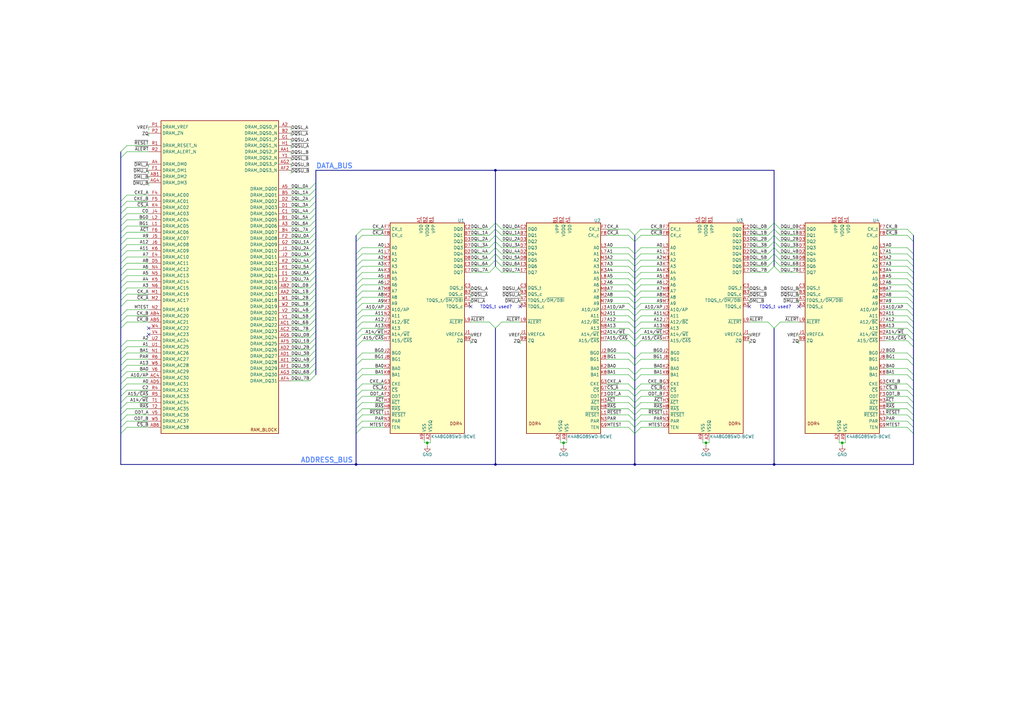
<source format=kicad_sch>
(kicad_sch (version 20250114) (generator "eeschema") (generator_version "9.0")
  (paper "A3")
  (text "TDQS_t used?" (at 203.454 125.984 0) (effects (font (size 1.27 1.27))))
  (text "TDQS_t used?" (at 318.008 125.984 0) (effects (font (size 1.27 1.27))))
  (junction (at 345.44 181.61))
  (junction (at 260.35 190.5))
  (junction (at 146.05 190.5))
  (junction (at 289.56 181.61))
  (junction (at 203.2 190.5))
  (junction (at 317.5 190.5))
  (junction (at 175.26 181.61))
  (junction (at 203.2 69.85))
  (junction (at 231.14 181.61))
  (no_connect (at 60.96 137.16))
  (no_connect (at 60.96 134.62))
  (no_connect (at 307.34 125.73))
  (no_connect (at 327.66 125.73))
  (no_connect (at 213.36 125.73))
  (no_connect (at 193.04 125.73))
  (bus_entry (at 262.89 172.72) (size -2.54 2.54))
  (bus_entry (at 127 143.51) (size 2.54 -2.54))
  (bus_entry (at 127 133.35) (size 2.54 -2.54))
  (bus_entry (at 257.81 147.32) (size 2.54 2.54))
  (bus_entry (at 320.04 96.52) (size -2.54 -2.54))
  (bus_entry (at 257.81 137.16) (size 2.54 2.54))
  (bus_entry (at 52.07 82.55) (size -2.54 2.54))
  (bus_entry (at 200.66 99.06) (size 2.54 -2.54))
  (bus_entry (at 257.81 111.76) (size 2.54 2.54))
  (bus_entry (at 52.07 165.1) (size -2.54 2.54))
  (bus_entry (at 372.11 127) (size 2.54 2.54))
  (bus_entry (at 372.11 124.46) (size 2.54 2.54))
  (bus_entry (at 320.04 109.22) (size -2.54 -2.54))
  (bus_entry (at 200.66 101.6) (size 2.54 -2.54))
  (bus_entry (at 52.07 90.17) (size -2.54 2.54))
  (bus_entry (at 257.81 119.38) (size 2.54 2.54))
  (bus_entry (at 52.07 123.19) (size -2.54 2.54))
  (bus_entry (at 257.81 96.52) (size 2.54 2.54))
  (bus_entry (at 262.89 121.92) (size -2.54 2.54))
  (bus_entry (at 200.66 104.14) (size 2.54 -2.54))
  (bus_entry (at 262.89 175.26) (size -2.54 2.54))
  (bus_entry (at 372.11 134.62) (size 2.54 2.54))
  (bus_entry (at 257.81 160.02) (size 2.54 2.54))
  (bus_entry (at 205.74 111.76) (size -2.54 -2.54))
  (bus_entry (at 148.59 111.76) (size -2.54 2.54))
  (bus_entry (at 372.11 111.76) (size 2.54 2.54))
  (bus_entry (at 314.96 99.06) (size 2.54 -2.54))
  (bus_entry (at 257.81 101.6) (size 2.54 2.54))
  (bus_entry (at 52.07 105.41) (size -2.54 2.54))
  (bus_entry (at 262.89 106.68) (size -2.54 2.54))
  (bus_entry (at 257.81 116.84) (size 2.54 2.54))
  (bus_entry (at 52.07 87.63) (size -2.54 2.54))
  (bus_entry (at 52.07 172.72) (size -2.54 2.54))
  (bus_entry (at 372.11 109.22) (size 2.54 2.54))
  (bus_entry (at 200.66 96.52) (size 2.54 -2.54))
  (bus_entry (at 262.89 167.64) (size -2.54 2.54))
  (bus_entry (at 148.59 121.92) (size -2.54 2.54))
  (bus_entry (at 148.59 132.08) (size -2.54 2.54))
  (bus_entry (at 257.81 172.72) (size 2.54 2.54))
  (bus_entry (at 127 128.27) (size 2.54 -2.54))
  (bus_entry (at 52.07 154.94) (size -2.54 2.54))
  (bus_entry (at 148.59 167.64) (size -2.54 2.54))
  (bus_entry (at 127 140.97) (size 2.54 -2.54))
  (bus_entry (at 262.89 132.08) (size -2.54 2.54))
  (bus_entry (at 257.81 165.1) (size 2.54 2.54))
  (bus_entry (at 205.74 132.08) (size -2.54 2.54))
  (bus_entry (at 148.59 134.62) (size -2.54 2.54))
  (bus_entry (at 127 135.89) (size 2.54 -2.54))
  (bus_entry (at 262.89 139.7) (size -2.54 2.54))
  (bus_entry (at 52.07 85.09) (size -2.54 2.54))
  (bus_entry (at 52.07 59.69) (size -2.54 2.54))
  (bus_entry (at 314.96 109.22) (size 2.54 -2.54))
  (bus_entry (at 257.81 167.64) (size 2.54 2.54))
  (bus_entry (at 257.81 114.3) (size 2.54 2.54))
  (bus_entry (at 372.11 170.18) (size 2.54 2.54))
  (bus_entry (at 52.07 149.86) (size -2.54 2.54))
  (bus_entry (at 200.66 109.22) (size 2.54 -2.54))
  (bus_entry (at 372.11 139.7) (size 2.54 2.54))
  (bus_entry (at 372.11 116.84) (size 2.54 2.54))
  (bus_entry (at 127 97.79) (size 2.54 -2.54))
  (bus_entry (at 148.59 165.1) (size -2.54 2.54))
  (bus_entry (at 372.11 172.72) (size 2.54 2.54))
  (bus_entry (at 148.59 139.7) (size -2.54 2.54))
  (bus_entry (at 52.07 129.54) (size -2.54 2.54))
  (bus_entry (at 200.66 132.08) (size 2.54 2.54))
  (bus_entry (at 257.81 139.7) (size 2.54 2.54))
  (bus_entry (at 314.96 101.6) (size 2.54 -2.54))
  (bus_entry (at 320.04 99.06) (size -2.54 -2.54))
  (bus_entry (at 372.11 104.14) (size 2.54 2.54))
  (bus_entry (at 52.07 118.11) (size -2.54 2.54))
  (bus_entry (at 148.59 151.13) (size -2.54 2.54))
  (bus_entry (at 205.74 101.6) (size -2.54 -2.54))
  (bus_entry (at 257.81 134.62) (size 2.54 2.54))
  (bus_entry (at 314.96 104.14) (size 2.54 -2.54))
  (bus_entry (at 262.89 96.52) (size -2.54 2.54))
  (bus_entry (at 148.59 119.38) (size -2.54 2.54))
  (bus_entry (at 262.89 151.13) (size -2.54 2.54))
  (bus_entry (at 262.89 137.16) (size -2.54 2.54))
  (bus_entry (at 127 125.73) (size 2.54 -2.54))
  (bus_entry (at 148.59 93.98) (size -2.54 2.54))
  (bus_entry (at 372.11 96.52) (size 2.54 2.54))
  (bus_entry (at 148.59 106.68) (size -2.54 2.54))
  (bus_entry (at 257.81 121.92) (size 2.54 2.54))
  (bus_entry (at 148.59 96.52) (size -2.54 2.54))
  (bus_entry (at 127 92.71) (size 2.54 -2.54))
  (bus_entry (at 127 77.47) (size 2.54 -2.54))
  (bus_entry (at 200.66 93.98) (size 2.54 -2.54))
  (bus_entry (at 127 95.25) (size 2.54 -2.54))
  (bus_entry (at 127 118.11) (size 2.54 -2.54))
  (bus_entry (at 127 120.65) (size 2.54 -2.54))
  (bus_entry (at 257.81 93.98) (size 2.54 2.54))
  (bus_entry (at 257.81 144.78) (size 2.54 2.54))
  (bus_entry (at 127 110.49) (size 2.54 -2.54))
  (bus_entry (at 52.07 147.32) (size -2.54 2.54))
  (bus_entry (at 372.11 121.92) (size 2.54 2.54))
  (bus_entry (at 52.07 95.25) (size -2.54 2.54))
  (bus_entry (at 372.11 101.6) (size 2.54 2.54))
  (bus_entry (at 314.96 96.52) (size 2.54 -2.54))
  (bus_entry (at 257.81 170.18) (size 2.54 2.54))
  (bus_entry (at 127 156.21) (size 2.54 -2.54))
  (bus_entry (at 127 113.03) (size 2.54 -2.54))
  (bus_entry (at 52.07 102.87) (size -2.54 2.54))
  (bus_entry (at 52.07 144.78) (size -2.54 2.54))
  (bus_entry (at 372.11 153.67) (size 2.54 2.54))
  (bus_entry (at 148.59 157.48) (size -2.54 2.54))
  (bus_entry (at 205.74 109.22) (size -2.54 -2.54))
  (bus_entry (at 262.89 160.02) (size -2.54 2.54))
  (bus_entry (at 52.07 97.79) (size -2.54 2.54))
  (bus_entry (at 320.04 101.6) (size -2.54 -2.54))
  (bus_entry (at 127 123.19) (size 2.54 -2.54))
  (bus_entry (at 262.89 119.38) (size -2.54 2.54))
  (bus_entry (at 148.59 116.84) (size -2.54 2.54))
  (bus_entry (at 372.11 93.98) (size 2.54 2.54))
  (bus_entry (at 372.11 137.16) (size 2.54 2.54))
  (bus_entry (at 148.59 170.18) (size -2.54 2.54))
  (bus_entry (at 372.11 129.54) (size 2.54 2.54))
  (bus_entry (at 262.89 124.46) (size -2.54 2.54))
  (bus_entry (at 262.89 101.6) (size -2.54 2.54))
  (bus_entry (at 257.81 127) (size 2.54 2.54))
  (bus_entry (at 148.59 153.67) (size -2.54 2.54))
  (bus_entry (at 262.89 147.32) (size -2.54 2.54))
  (bus_entry (at 262.89 162.56) (size -2.54 2.54))
  (bus_entry (at 200.66 111.76) (size 2.54 -2.54))
  (bus_entry (at 372.11 167.64) (size 2.54 2.54))
  (bus_entry (at 127 80.01) (size 2.54 -2.54))
  (bus_entry (at 372.11 132.08) (size 2.54 2.54))
  (bus_entry (at 314.96 93.98) (size 2.54 -2.54))
  (bus_entry (at 262.89 109.22) (size -2.54 2.54))
  (bus_entry (at 257.81 109.22) (size 2.54 2.54))
  (bus_entry (at 148.59 137.16) (size -2.54 2.54))
  (bus_entry (at 257.81 175.26) (size 2.54 2.54))
  (bus_entry (at 52.07 175.26) (size -2.54 2.54))
  (bus_entry (at 148.59 175.26) (size -2.54 2.54))
  (bus_entry (at 262.89 129.54) (size -2.54 2.54))
  (bus_entry (at 127 107.95) (size 2.54 -2.54))
  (bus_entry (at 372.11 162.56) (size 2.54 2.54))
  (bus_entry (at 372.11 160.02) (size 2.54 2.54))
  (bus_entry (at 372.11 175.26) (size 2.54 2.54))
  (bus_entry (at 262.89 111.76) (size -2.54 2.54))
  (bus_entry (at 148.59 147.32) (size -2.54 2.54))
  (bus_entry (at 257.81 106.68) (size 2.54 2.54))
  (bus_entry (at 127 151.13) (size 2.54 -2.54))
  (bus_entry (at 262.89 127) (size -2.54 2.54))
  (bus_entry (at 52.07 157.48) (size -2.54 2.54))
  (bus_entry (at 320.04 93.98) (size -2.54 -2.54))
  (bus_entry (at 314.96 132.08) (size 2.54 2.54))
  (bus_entry (at 52.07 113.03) (size -2.54 2.54))
  (bus_entry (at 257.81 104.14) (size 2.54 2.54))
  (bus_entry (at 205.74 104.14) (size -2.54 -2.54))
  (bus_entry (at 127 87.63) (size 2.54 -2.54))
  (bus_entry (at 205.74 106.68) (size -2.54 -2.54))
  (bus_entry (at 148.59 160.02) (size -2.54 2.54))
  (bus_entry (at 52.07 139.7) (size -2.54 2.54))
  (bus_entry (at 320.04 111.76) (size -2.54 -2.54))
  (bus_entry (at 372.11 151.13) (size 2.54 2.54))
  (bus_entry (at 127 102.87) (size 2.54 -2.54))
  (bus_entry (at 372.11 114.3) (size 2.54 2.54))
  (bus_entry (at 127 130.81) (size 2.54 -2.54))
  (bus_entry (at 52.07 107.95) (size -2.54 2.54))
  (bus_entry (at 52.07 110.49) (size -2.54 2.54))
  (bus_entry (at 52.07 127) (size -2.54 2.54))
  (bus_entry (at 257.81 151.13) (size 2.54 2.54))
  (bus_entry (at 257.81 153.67) (size 2.54 2.54))
  (bus_entry (at 127 146.05) (size 2.54 -2.54))
  (bus_entry (at 52.07 62.23) (size -2.54 2.54))
  (bus_entry (at 148.59 101.6) (size -2.54 2.54))
  (bus_entry (at 52.07 167.64) (size -2.54 2.54))
  (bus_entry (at 372.11 119.38) (size 2.54 2.54))
  (bus_entry (at 372.11 157.48) (size 2.54 2.54))
  (bus_entry (at 257.81 129.54) (size 2.54 2.54))
  (bus_entry (at 148.59 124.46) (size -2.54 2.54))
  (bus_entry (at 148.59 172.72) (size -2.54 2.54))
  (bus_entry (at 320.04 106.68) (size -2.54 -2.54))
  (bus_entry (at 320.04 132.08) (size -2.54 2.54))
  (bus_entry (at 205.74 99.06) (size -2.54 -2.54))
  (bus_entry (at 52.07 170.18) (size -2.54 2.54))
  (bus_entry (at 262.89 153.67) (size -2.54 2.54))
  (bus_entry (at 148.59 114.3) (size -2.54 2.54))
  (bus_entry (at 127 90.17) (size 2.54 -2.54))
  (bus_entry (at 127 153.67) (size 2.54 -2.54))
  (bus_entry (at 52.07 142.24) (size -2.54 2.54))
  (bus_entry (at 127 85.09) (size 2.54 -2.54))
  (bus_entry (at 257.81 132.08) (size 2.54 2.54))
  (bus_entry (at 262.89 170.18) (size -2.54 2.54))
  (bus_entry (at 52.07 162.56) (size -2.54 2.54))
  (bus_entry (at 148.59 162.56) (size -2.54 2.54))
  (bus_entry (at 262.89 114.3) (size -2.54 2.54))
  (bus_entry (at 372.11 165.1) (size 2.54 2.54))
  (bus_entry (at 52.07 115.57) (size -2.54 2.54))
  (bus_entry (at 205.74 96.52) (size -2.54 -2.54))
  (bus_entry (at 52.07 132.08) (size -2.54 2.54))
  (bus_entry (at 52.07 100.33) (size -2.54 2.54))
  (bus_entry (at 127 115.57) (size 2.54 -2.54))
  (bus_entry (at 262.89 116.84) (size -2.54 2.54))
  (bus_entry (at 200.66 106.68) (size 2.54 -2.54))
  (bus_entry (at 320.04 104.14) (size -2.54 -2.54))
  (bus_entry (at 52.07 92.71) (size -2.54 2.54))
  (bus_entry (at 148.59 144.78) (size -2.54 2.54))
  (bus_entry (at 148.59 129.54) (size -2.54 2.54))
  (bus_entry (at 262.89 93.98) (size -2.54 2.54))
  (bus_entry (at 52.07 152.4) (size -2.54 2.54))
  (bus_entry (at 148.59 104.14) (size -2.54 2.54))
  (bus_entry (at 52.07 160.02) (size -2.54 2.54))
  (bus_entry (at 262.89 134.62) (size -2.54 2.54))
  (bus_entry (at 257.81 157.48) (size 2.54 2.54))
  (bus_entry (at 314.96 106.68) (size 2.54 -2.54))
  (bus_entry (at 148.59 109.22) (size -2.54 2.54))
  (bus_entry (at 372.11 106.68) (size 2.54 2.54))
  (bus_entry (at 127 105.41) (size 2.54 -2.54))
  (bus_entry (at 262.89 144.78) (size -2.54 2.54))
  (bus_entry (at 262.89 157.48) (size -2.54 2.54))
  (bus_entry (at 205.74 93.98) (size -2.54 -2.54))
  (bus_entry (at 372.11 147.32) (size 2.54 2.54))
  (bus_entry (at 314.96 111.76) (size 2.54 -2.54))
  (bus_entry (at 257.81 124.46) (size 2.54 2.54))
  (bus_entry (at 127 138.43) (size 2.54 -2.54))
  (bus_entry (at 127 82.55) (size 2.54 -2.54))
  (bus_entry (at 52.07 80.01) (size -2.54 2.54))
  (bus_entry (at 127 148.59) (size 2.54 -2.54))
  (bus_entry (at 372.11 144.78) (size 2.54 2.54))
  (bus_entry (at 262.89 104.14) (size -2.54 2.54))
  (bus_entry (at 127 100.33) (size 2.54 -2.54))
  (bus_entry (at 257.81 162.56) (size 2.54 2.54))
  (bus_entry (at 52.07 120.65) (size -2.54 2.54))
  (bus_entry (at 262.89 165.1) (size -2.54 2.54))
  (bus_entry (at 148.59 127) (size -2.54 2.54))
  (bus (pts (xy 260.35 137.16) (xy 260.35 139.7)))
  (bus (pts (xy 49.53 142.24) (xy 49.53 144.78)))
  (bus (pts (xy 260.35 165.1) (xy 260.35 167.64)))
  (bus (pts (xy 260.35 116.84) (xy 260.35 119.38)))
  (bus (pts (xy 49.53 154.94) (xy 49.53 157.48)))
  (wire (pts (xy 193.04 104.14) (xy 200.66 104.14)))
  (wire (pts (xy 262.89 111.76) (xy 271.78 111.76)))
  (wire (pts (xy 119.38 110.49) (xy 127 110.49)))
  (bus (pts (xy 146.05 147.32) (xy 146.05 149.86)))
  (wire (pts (xy 205.74 96.52) (xy 213.36 96.52)))
  (wire (pts (xy 193.04 96.52) (xy 200.66 96.52)))
  (bus (pts (xy 374.65 104.14) (xy 374.65 106.68)))
  (wire (pts (xy 148.59 147.32) (xy 157.48 147.32)))
  (wire (pts (xy 327.66 96.52) (xy 320.04 96.52)))
  (wire (pts (xy 52.07 105.41) (xy 60.96 105.41)))
  (wire (pts (xy 148.59 134.62) (xy 157.48 134.62)))
  (wire (pts (xy 52.07 100.33) (xy 60.96 100.33)))
  (wire (pts (xy 257.81 114.3) (xy 248.92 114.3)))
  (wire (pts (xy 307.34 106.68) (xy 314.96 106.68)))
  (wire (pts (xy 262.89 101.6) (xy 271.78 101.6)))
  (wire (pts (xy 119.38 153.67) (xy 127 153.67)))
  (bus (pts (xy 146.05 119.38) (xy 146.05 121.92)))
  (wire (pts (xy 148.59 162.56) (xy 157.48 162.56)))
  (bus (pts (xy 49.53 167.64) (xy 49.53 170.18)))
  (wire (pts (xy 345.44 182.88) (xy 345.44 181.61)))
  (bus (pts (xy 129.54 133.35) (xy 129.54 135.89)))
  (wire (pts (xy 289.56 181.61) (xy 290.83 181.61)))
  (wire (pts (xy 148.59 157.48) (xy 157.48 157.48)))
  (wire (pts (xy 119.38 68.58) (xy 119.38 67.31)))
  (bus (pts (xy 260.35 129.54) (xy 260.35 132.08)))
  (bus (pts (xy 260.35 156.21) (xy 260.35 160.02)))
  (wire (pts (xy 262.89 127) (xy 271.78 127)))
  (wire (pts (xy 257.81 137.16) (xy 248.92 137.16)))
  (bus (pts (xy 129.54 85.09) (xy 129.54 87.63)))
  (bus (pts (xy 146.05 109.22) (xy 146.05 111.76)))
  (wire (pts (xy 205.74 111.76) (xy 213.36 111.76)))
  (wire (pts (xy 52.07 95.25) (xy 60.96 95.25)))
  (wire (pts (xy 327.66 121.92) (xy 327.66 120.65)))
  (wire (pts (xy 148.59 109.22) (xy 157.48 109.22)))
  (wire (pts (xy 119.38 115.57) (xy 127 115.57)))
  (wire (pts (xy 193.04 140.97) (xy 193.04 139.7)))
  (bus (pts (xy 374.65 170.18) (xy 374.65 172.72)))
  (wire (pts (xy 119.38 58.42) (xy 119.38 57.15)))
  (wire (pts (xy 372.11 172.72) (xy 363.22 172.72)))
  (wire (pts (xy 257.81 101.6) (xy 248.92 101.6)))
  (bus (pts (xy 146.05 96.52) (xy 146.05 99.06)))
  (bus (pts (xy 317.5 104.14) (xy 317.5 101.6)))
  (bus (pts (xy 129.54 97.79) (xy 129.54 100.33)))
  (wire (pts (xy 119.38 123.19) (xy 127 123.19)))
  (bus (pts (xy 260.35 106.68) (xy 260.35 109.22)))
  (wire (pts (xy 262.89 175.26) (xy 271.78 175.26)))
  (bus (pts (xy 146.05 160.02) (xy 146.05 162.56)))
  (wire (pts (xy 262.89 93.98) (xy 271.78 93.98)))
  (wire (pts (xy 52.07 165.1) (xy 60.96 165.1)))
  (bus (pts (xy 260.35 121.92) (xy 260.35 124.46)))
  (wire (pts (xy 176.53 181.61) (xy 176.53 180.34)))
  (wire (pts (xy 262.89 144.78) (xy 271.78 144.78)))
  (wire (pts (xy 119.38 130.81) (xy 127 130.81)))
  (bus (pts (xy 49.53 87.63) (xy 49.53 90.17)))
  (wire (pts (xy 327.66 124.46) (xy 327.66 123.19)))
  (wire (pts (xy 52.07 118.11) (xy 60.96 118.11)))
  (wire (pts (xy 148.59 127) (xy 157.48 127)))
  (bus (pts (xy 317.5 109.22) (xy 317.5 106.68)))
  (bus (pts (xy 129.54 92.71) (xy 129.54 95.25)))
  (bus (pts (xy 260.35 134.62) (xy 260.35 137.16)))
  (wire (pts (xy 119.38 148.59) (xy 127 148.59)))
  (wire (pts (xy 148.59 116.84) (xy 157.48 116.84)))
  (wire (pts (xy 52.07 80.01) (xy 60.96 80.01)))
  (wire (pts (xy 372.11 116.84) (xy 363.22 116.84)))
  (wire (pts (xy 148.59 124.46) (xy 157.48 124.46)))
  (wire (pts (xy 307.34 104.14) (xy 314.96 104.14)))
  (wire (pts (xy 148.59 96.52) (xy 157.48 96.52)))
  (wire (pts (xy 262.89 132.08) (xy 271.78 132.08)))
  (bus (pts (xy 203.2 93.98) (xy 203.2 96.52)))
  (bus (pts (xy 49.53 152.4) (xy 49.53 154.94)))
  (wire (pts (xy 213.36 124.46) (xy 213.36 123.19)))
  (bus (pts (xy 374.65 162.56) (xy 374.65 165.1)))
  (wire (pts (xy 119.38 100.33) (xy 127 100.33)))
  (bus (pts (xy 146.05 124.46) (xy 146.05 127)))
  (wire (pts (xy 372.11 175.26) (xy 363.22 175.26)))
  (wire (pts (xy 52.07 170.18) (xy 60.96 170.18)))
  (bus (pts (xy 146.05 114.3) (xy 146.05 116.84)))
  (wire (pts (xy 52.07 157.48) (xy 60.96 157.48)))
  (bus (pts (xy 260.35 190.5) (xy 317.5 190.5)))
  (bus (pts (xy 203.2 91.44) (xy 203.2 93.98)))
  (wire (pts (xy 119.38 128.27) (xy 127 128.27)))
  (bus (pts (xy 146.05 162.56) (xy 146.05 165.1)))
  (bus (pts (xy 49.53 118.11) (xy 49.53 120.65)))
  (wire (pts (xy 60.96 55.88) (xy 60.96 54.61)))
  (wire (pts (xy 175.26 181.61) (xy 176.53 181.61)))
  (wire (pts (xy 372.11 134.62) (xy 363.22 134.62)))
  (bus (pts (xy 260.35 153.67) (xy 260.35 156.21)))
  (bus (pts (xy 374.65 142.24) (xy 374.65 147.32)))
  (bus (pts (xy 129.54 100.33) (xy 129.54 102.87)))
  (bus (pts (xy 129.54 128.27) (xy 129.54 130.81)))
  (wire (pts (xy 327.66 99.06) (xy 320.04 99.06)))
  (bus (pts (xy 49.53 134.62) (xy 49.53 142.24)))
  (wire (pts (xy 320.04 132.08) (xy 327.66 132.08)))
  (bus (pts (xy 146.05 170.18) (xy 146.05 172.72)))
  (wire (pts (xy 193.04 119.38) (xy 193.04 118.11)))
  (bus (pts (xy 49.53 107.95) (xy 49.53 110.49)))
  (bus (pts (xy 374.65 190.5) (xy 374.65 177.8)))
  (bus (pts (xy 146.05 175.26) (xy 146.05 177.8)))
  (wire (pts (xy 372.11 124.46) (xy 363.22 124.46)))
  (wire (pts (xy 193.04 121.92) (xy 193.04 120.65)))
  (wire (pts (xy 119.38 92.71) (xy 127 92.71)))
  (wire (pts (xy 307.34 132.08) (xy 314.96 132.08)))
  (bus (pts (xy 146.05 134.62) (xy 146.05 137.16)))
  (wire (pts (xy 148.59 144.78) (xy 157.48 144.78)))
  (bus (pts (xy 129.54 110.49) (xy 129.54 113.03)))
  (wire (pts (xy 262.89 160.02) (xy 271.78 160.02)))
  (bus (pts (xy 374.65 127) (xy 374.65 129.54)))
  (wire (pts (xy 262.89 109.22) (xy 271.78 109.22)))
  (bus (pts (xy 374.65 119.38) (xy 374.65 121.92)))
  (bus (pts (xy 317.5 190.5) (xy 374.65 190.5)))
  (wire (pts (xy 148.59 101.6) (xy 157.48 101.6)))
  (wire (pts (xy 257.81 134.62) (xy 248.92 134.62)))
  (bus (pts (xy 374.65 167.64) (xy 374.65 170.18)))
  (wire (pts (xy 193.04 132.08) (xy 200.66 132.08)))
  (bus (pts (xy 49.53 175.26) (xy 49.53 177.8)))
  (wire (pts (xy 262.89 121.92) (xy 271.78 121.92)))
  (bus (pts (xy 374.65 165.1) (xy 374.65 167.64)))
  (bus (pts (xy 374.65 175.26) (xy 374.65 177.8)))
  (bus (pts (xy 374.65 147.32) (xy 374.65 149.86)))
  (bus (pts (xy 129.54 87.63) (xy 129.54 90.17)))
  (bus (pts (xy 129.54 120.65) (xy 129.54 123.19)))
  (wire (pts (xy 52.07 147.32) (xy 60.96 147.32)))
  (wire (pts (xy 327.66 119.38) (xy 327.66 118.11)))
  (wire (pts (xy 307.34 138.43) (xy 307.34 137.16)))
  (wire (pts (xy 372.11 111.76) (xy 363.22 111.76)))
  (wire (pts (xy 213.36 138.43) (xy 213.36 137.16)))
  (wire (pts (xy 119.38 138.43) (xy 127 138.43)))
  (wire (pts (xy 257.81 116.84) (xy 248.92 116.84)))
  (wire (pts (xy 119.38 53.34) (xy 119.38 52.07)))
  (bus (pts (xy 49.53 64.77) (xy 49.53 82.55)))
  (wire (pts (xy 262.89 137.16) (xy 271.78 137.16)))
  (wire (pts (xy 119.38 113.03) (xy 127 113.03)))
  (bus (pts (xy 49.53 172.72) (xy 49.53 175.26)))
  (wire (pts (xy 257.81 106.68) (xy 248.92 106.68)))
  (bus (pts (xy 374.65 156.21) (xy 374.65 160.02)))
  (bus (pts (xy 260.35 172.72) (xy 260.35 175.26)))
  (wire (pts (xy 257.81 153.67) (xy 248.92 153.67)))
  (bus (pts (xy 260.35 127) (xy 260.35 129.54)))
  (wire (pts (xy 119.38 133.35) (xy 127 133.35)))
  (bus (pts (xy 317.5 91.44) (xy 317.5 69.85)))
  (wire (pts (xy 52.07 87.63) (xy 60.96 87.63)))
  (wire (pts (xy 327.66 109.22) (xy 320.04 109.22)))
  (bus (pts (xy 49.53 95.25) (xy 49.53 97.79)))
  (wire (pts (xy 119.38 125.73) (xy 127 125.73)))
  (wire (pts (xy 327.66 138.43) (xy 327.66 137.16)))
  (wire (pts (xy 262.89 119.38) (xy 271.78 119.38)))
  (wire (pts (xy 307.34 140.97) (xy 307.34 139.7)))
  (wire (pts (xy 148.59 153.67) (xy 157.48 153.67)))
  (wire (pts (xy 119.38 102.87) (xy 127 102.87)))
  (wire (pts (xy 173.99 180.34) (xy 173.99 181.61)))
  (bus (pts (xy 260.35 149.86) (xy 260.35 153.67)))
  (bus (pts (xy 203.2 101.6) (xy 203.2 104.14)))
  (bus (pts (xy 374.65 129.54) (xy 374.65 132.08)))
  (bus (pts (xy 203.2 69.85) (xy 317.5 69.85)))
  (bus (pts (xy 49.53 162.56) (xy 49.53 165.1)))
  (wire (pts (xy 205.74 132.08) (xy 213.36 132.08)))
  (bus (pts (xy 146.05 137.16) (xy 146.05 139.7)))
  (wire (pts (xy 193.04 106.68) (xy 200.66 106.68)))
  (bus (pts (xy 129.54 151.13) (xy 129.54 153.67)))
  (wire (pts (xy 372.11 101.6) (xy 363.22 101.6)))
  (wire (pts (xy 262.89 147.32) (xy 271.78 147.32)))
  (wire (pts (xy 372.11 114.3) (xy 363.22 114.3)))
  (wire (pts (xy 148.59 129.54) (xy 157.48 129.54)))
  (bus (pts (xy 146.05 190.5) (xy 203.2 190.5)))
  (wire (pts (xy 213.36 121.92) (xy 213.36 120.65)))
  (wire (pts (xy 320.04 111.76) (xy 327.66 111.76)))
  (bus (pts (xy 260.35 109.22) (xy 260.35 111.76)))
  (wire (pts (xy 257.81 162.56) (xy 248.92 162.56)))
  (wire (pts (xy 372.11 106.68) (xy 363.22 106.68)))
  (wire (pts (xy 372.11 139.7) (xy 363.22 139.7)))
  (bus (pts (xy 374.65 160.02) (xy 374.65 162.56)))
  (wire (pts (xy 148.59 139.7) (xy 157.48 139.7)))
  (bus (pts (xy 129.54 146.05) (xy 129.54 148.59)))
  (wire (pts (xy 60.96 76.2) (xy 60.96 74.93)))
  (wire (pts (xy 148.59 121.92) (xy 157.48 121.92)))
  (bus (pts (xy 129.54 74.93) (xy 129.54 77.47)))
  (wire (pts (xy 205.74 93.98) (xy 213.36 93.98)))
  (wire (pts (xy 345.44 181.61) (xy 346.71 181.61)))
  (wire (pts (xy 148.59 137.16) (xy 157.48 137.16)))
  (bus (pts (xy 49.53 125.73) (xy 49.53 129.54)))
  (wire (pts (xy 119.38 118.11) (xy 127 118.11)))
  (bus (pts (xy 203.2 104.14) (xy 203.2 106.68)))
  (bus (pts (xy 129.54 118.11) (xy 129.54 120.65)))
  (wire (pts (xy 119.38 156.21) (xy 127 156.21)))
  (wire (pts (xy 52.07 167.64) (xy 60.96 167.64)))
  (bus (pts (xy 260.35 119.38) (xy 260.35 121.92)))
  (bus (pts (xy 146.05 104.14) (xy 146.05 106.68)))
  (wire (pts (xy 257.81 121.92) (xy 248.92 121.92)))
  (wire (pts (xy 52.07 149.86) (xy 60.96 149.86)))
  (wire (pts (xy 205.74 104.14) (xy 213.36 104.14)))
  (wire (pts (xy 327.66 101.6) (xy 320.04 101.6)))
  (wire (pts (xy 119.38 105.41) (xy 127 105.41)))
  (bus (pts (xy 129.54 105.41) (xy 129.54 107.95)))
  (wire (pts (xy 372.11 170.18) (xy 363.22 170.18)))
  (wire (pts (xy 119.38 87.63) (xy 127 87.63)))
  (wire (pts (xy 148.59 104.14) (xy 157.48 104.14)))
  (bus (pts (xy 317.5 106.68) (xy 317.5 104.14)))
  (wire (pts (xy 257.81 132.08) (xy 248.92 132.08)))
  (wire (pts (xy 148.59 119.38) (xy 157.48 119.38)))
  (wire (pts (xy 262.89 151.13) (xy 271.78 151.13)))
  (bus (pts (xy 49.53 82.55) (xy 49.53 85.09)))
  (wire (pts (xy 52.07 92.71) (xy 60.96 92.71)))
  (wire (pts (xy 193.04 99.06) (xy 200.66 99.06)))
  (wire (pts (xy 257.81 167.64) (xy 248.92 167.64)))
  (bus (pts (xy 203.2 69.85) (xy 203.2 91.44)))
  (wire (pts (xy 193.04 93.98) (xy 200.66 93.98)))
  (wire (pts (xy 327.66 104.14) (xy 320.04 104.14)))
  (bus (pts (xy 203.2 134.62) (xy 203.2 190.5)))
  (wire (pts (xy 52.07 62.23) (xy 60.96 62.23)))
  (bus (pts (xy 260.35 114.3) (xy 260.35 116.84)))
  (wire (pts (xy 193.04 124.46) (xy 193.04 123.19)))
  (bus (pts (xy 129.54 69.85) (xy 203.2 69.85)))
  (wire (pts (xy 372.11 132.08) (xy 363.22 132.08)))
  (wire (pts (xy 257.81 124.46) (xy 248.92 124.46)))
  (bus (pts (xy 49.53 110.49) (xy 49.53 113.03)))
  (wire (pts (xy 148.59 114.3) (xy 157.48 114.3)))
  (bus (pts (xy 260.35 147.32) (xy 260.35 149.86)))
  (wire (pts (xy 193.04 109.22) (xy 200.66 109.22)))
  (wire (pts (xy 289.56 182.88) (xy 289.56 181.61)))
  (wire (pts (xy 327.66 140.97) (xy 327.66 139.7)))
  (wire (pts (xy 257.81 109.22) (xy 248.92 109.22)))
  (bus (pts (xy 260.35 104.14) (xy 260.35 106.68)))
  (wire (pts (xy 148.59 93.98) (xy 157.48 93.98)))
  (wire (pts (xy 262.89 153.67) (xy 271.78 153.67)))
  (wire (pts (xy 290.83 181.61) (xy 290.83 180.34)))
  (bus (pts (xy 49.53 123.19) (xy 49.53 125.73)))
  (bus (pts (xy 374.65 96.52) (xy 374.65 99.06)))
  (bus (pts (xy 203.2 96.52) (xy 203.2 99.06)))
  (wire (pts (xy 257.81 139.7) (xy 248.92 139.7)))
  (bus (pts (xy 317.5 99.06) (xy 317.5 96.52)))
  (bus (pts (xy 49.53 129.54) (xy 49.53 132.08)))
  (bus (pts (xy 129.54 90.17) (xy 129.54 92.71)))
  (wire (pts (xy 213.36 140.97) (xy 213.36 139.7)))
  (bus (pts (xy 374.65 121.92) (xy 374.65 124.46)))
  (wire (pts (xy 205.74 109.22) (xy 213.36 109.22)))
  (wire (pts (xy 262.89 172.72) (xy 271.78 172.72)))
  (wire (pts (xy 288.29 181.61) (xy 289.56 181.61)))
  (wire (pts (xy 257.81 93.98) (xy 248.92 93.98)))
  (bus (pts (xy 260.35 170.18) (xy 260.35 172.72)))
  (wire (pts (xy 173.99 181.61) (xy 175.26 181.61)))
  (wire (pts (xy 52.07 129.54) (xy 60.96 129.54)))
  (wire (pts (xy 372.11 165.1) (xy 363.22 165.1)))
  (wire (pts (xy 119.38 97.79) (xy 127 97.79)))
  (bus (pts (xy 49.53 105.41) (xy 49.53 107.95)))
  (bus (pts (xy 49.53 165.1) (xy 49.53 167.64)))
  (wire (pts (xy 52.07 113.03) (xy 60.96 113.03)))
  (wire (pts (xy 307.34 96.52) (xy 314.96 96.52)))
  (bus (pts (xy 49.53 92.71) (xy 49.53 95.25)))
  (wire (pts (xy 52.07 115.57) (xy 60.96 115.57)))
  (wire (pts (xy 262.89 162.56) (xy 271.78 162.56)))
  (wire (pts (xy 60.96 71.12) (xy 60.96 69.85)))
  (wire (pts (xy 193.04 138.43) (xy 193.04 137.16)))
  (bus (pts (xy 49.53 149.86) (xy 49.53 152.4)))
  (bus (pts (xy 146.05 106.68) (xy 146.05 109.22)))
  (wire (pts (xy 307.34 93.98) (xy 314.96 93.98)))
  (wire (pts (xy 257.81 175.26) (xy 248.92 175.26)))
  (wire (pts (xy 52.07 172.72) (xy 60.96 172.72)))
  (wire (pts (xy 257.81 111.76) (xy 248.92 111.76)))
  (bus (pts (xy 49.53 120.65) (xy 49.53 123.19)))
  (wire (pts (xy 52.07 152.4) (xy 60.96 152.4)))
  (bus (pts (xy 129.54 80.01) (xy 129.54 82.55)))
  (bus (pts (xy 374.65 114.3) (xy 374.65 116.84)))
  (wire (pts (xy 229.87 180.34) (xy 229.87 181.61)))
  (bus (pts (xy 146.05 153.67) (xy 146.05 156.21)))
  (wire (pts (xy 372.11 93.98) (xy 363.22 93.98)))
  (wire (pts (xy 257.81 172.72) (xy 248.92 172.72)))
  (wire (pts (xy 344.17 181.61) (xy 345.44 181.61)))
  (wire (pts (xy 52.07 110.49) (xy 60.96 110.49)))
  (bus (pts (xy 146.05 149.86) (xy 146.05 153.67)))
  (wire (pts (xy 148.59 172.72) (xy 157.48 172.72)))
  (bus (pts (xy 129.54 130.81) (xy 129.54 133.35)))
  (bus (pts (xy 49.53 157.48) (xy 49.53 160.02)))
  (wire (pts (xy 119.38 120.65) (xy 127 120.65)))
  (bus (pts (xy 146.05 167.64) (xy 146.05 170.18)))
  (wire (pts (xy 52.07 142.24) (xy 60.96 142.24)))
  (bus (pts (xy 49.53 113.03) (xy 49.53 115.57)))
  (bus (pts (xy 203.2 106.68) (xy 203.2 109.22)))
  (wire (pts (xy 372.11 129.54) (xy 363.22 129.54)))
  (wire (pts (xy 262.89 104.14) (xy 271.78 104.14)))
  (bus (pts (xy 374.65 99.06) (xy 374.65 104.14)))
  (wire (pts (xy 257.81 157.48) (xy 248.92 157.48)))
  (wire (pts (xy 119.38 107.95) (xy 127 107.95)))
  (wire (pts (xy 52.07 97.79) (xy 60.96 97.79)))
  (bus (pts (xy 374.65 153.67) (xy 374.65 156.21)))
  (bus (pts (xy 49.53 115.57) (xy 49.53 118.11)))
  (bus (pts (xy 49.53 90.17) (xy 49.53 92.71)))
  (wire (pts (xy 262.89 124.46) (xy 271.78 124.46)))
  (bus (pts (xy 260.35 167.64) (xy 260.35 170.18)))
  (wire (pts (xy 119.38 151.13) (xy 127 151.13)))
  (wire (pts (xy 148.59 165.1) (xy 157.48 165.1)))
  (wire (pts (xy 372.11 153.67) (xy 363.22 153.67)))
  (bus (pts (xy 129.54 148.59) (xy 129.54 151.13)))
  (wire (pts (xy 119.38 60.96) (xy 119.38 59.69)))
  (wire (pts (xy 229.87 181.61) (xy 231.14 181.61)))
  (wire (pts (xy 307.34 99.06) (xy 314.96 99.06)))
  (wire (pts (xy 257.81 127) (xy 248.92 127)))
  (wire (pts (xy 257.81 165.1) (xy 248.92 165.1)))
  (wire (pts (xy 148.59 170.18) (xy 157.48 170.18)))
  (wire (pts (xy 119.38 77.47) (xy 127 77.47)))
  (wire (pts (xy 119.38 90.17) (xy 127 90.17)))
  (wire (pts (xy 52.07 132.08) (xy 60.96 132.08)))
  (wire (pts (xy 60.96 73.66) (xy 60.96 72.39)))
  (wire (pts (xy 262.89 96.52) (xy 271.78 96.52)))
  (wire (pts (xy 148.59 111.76) (xy 157.48 111.76)))
  (bus (pts (xy 260.35 96.52) (xy 260.35 99.06)))
  (bus (pts (xy 374.65 139.7) (xy 374.65 142.24)))
  (wire (pts (xy 262.89 157.48) (xy 271.78 157.48)))
  (wire (pts (xy 119.38 140.97) (xy 127 140.97)))
  (bus (pts (xy 49.53 85.09) (xy 49.53 87.63)))
  (bus (pts (xy 260.35 177.8) (xy 260.35 190.5)))
  (wire (pts (xy 232.41 181.61) (xy 232.41 180.34)))
  (bus (pts (xy 260.35 124.46) (xy 260.35 127)))
  (wire (pts (xy 346.71 181.61) (xy 346.71 180.34)))
  (bus (pts (xy 374.65 137.16) (xy 374.65 139.7)))
  (bus (pts (xy 129.54 102.87) (xy 129.54 105.41)))
  (bus (pts (xy 374.65 116.84) (xy 374.65 119.38)))
  (wire (pts (xy 205.74 99.06) (xy 213.36 99.06)))
  (bus (pts (xy 49.53 97.79) (xy 49.53 100.33)))
  (wire (pts (xy 372.11 109.22) (xy 363.22 109.22)))
  (wire (pts (xy 344.17 180.34) (xy 344.17 181.61)))
  (bus (pts (xy 317.5 101.6) (xy 317.5 99.06)))
  (wire (pts (xy 257.81 170.18) (xy 248.92 170.18)))
  (bus (pts (xy 260.35 162.56) (xy 260.35 165.1)))
  (wire (pts (xy 372.11 104.14) (xy 363.22 104.14)))
  (bus (pts (xy 260.35 142.24) (xy 260.35 147.32)))
  (bus (pts (xy 49.53 170.18) (xy 49.53 172.72)))
  (wire (pts (xy 119.38 146.05) (xy 127 146.05)))
  (wire (pts (xy 119.38 135.89) (xy 127 135.89)))
  (wire (pts (xy 52.07 123.19) (xy 60.96 123.19)))
  (bus (pts (xy 146.05 177.8) (xy 146.05 190.5)))
  (wire (pts (xy 231.14 181.61) (xy 232.41 181.61)))
  (wire (pts (xy 60.96 68.58) (xy 60.96 67.31)))
  (wire (pts (xy 257.81 104.14) (xy 248.92 104.14)))
  (bus (pts (xy 260.35 111.76) (xy 260.35 114.3)))
  (bus (pts (xy 146.05 142.24) (xy 146.05 147.32)))
  (wire (pts (xy 148.59 151.13) (xy 157.48 151.13)))
  (bus (pts (xy 374.65 124.46) (xy 374.65 127)))
  (wire (pts (xy 119.38 95.25) (xy 127 95.25)))
  (wire (pts (xy 205.74 106.68) (xy 213.36 106.68)))
  (bus (pts (xy 129.54 123.19) (xy 129.54 125.73)))
  (bus (pts (xy 146.05 121.92) (xy 146.05 124.46)))
  (wire (pts (xy 257.81 119.38) (xy 248.92 119.38)))
  (wire (pts (xy 52.07 154.94) (xy 60.96 154.94)))
  (wire (pts (xy 119.38 71.12) (xy 119.38 69.85)))
  (wire (pts (xy 231.14 182.88) (xy 231.14 181.61)))
  (wire (pts (xy 372.11 151.13) (xy 363.22 151.13)))
  (bus (pts (xy 146.05 172.72) (xy 146.05 175.26)))
  (wire (pts (xy 148.59 132.08) (xy 157.48 132.08)))
  (wire (pts (xy 52.07 175.26) (xy 60.96 175.26)))
  (wire (pts (xy 148.59 167.64) (xy 157.48 167.64)))
  (bus (pts (xy 49.53 62.23) (xy 49.53 64.77)))
  (wire (pts (xy 205.74 101.6) (xy 213.36 101.6)))
  (wire (pts (xy 52.07 107.95) (xy 60.96 107.95)))
  (bus (pts (xy 146.05 165.1) (xy 146.05 167.64)))
  (wire (pts (xy 148.59 160.02) (xy 157.48 160.02)))
  (wire (pts (xy 193.04 111.76) (xy 200.66 111.76)))
  (wire (pts (xy 372.11 127) (xy 363.22 127)))
  (bus (pts (xy 260.35 132.08) (xy 260.35 134.62)))
  (wire (pts (xy 60.96 53.34) (xy 60.96 52.07)))
  (wire (pts (xy 307.34 124.46) (xy 307.34 123.19)))
  (wire (pts (xy 372.11 137.16) (xy 363.22 137.16)))
  (bus (pts (xy 49.53 144.78) (xy 49.53 147.32)))
  (wire (pts (xy 52.07 85.09) (xy 60.96 85.09)))
  (bus (pts (xy 146.05 156.21) (xy 146.05 160.02)))
  (wire (pts (xy 52.07 120.65) (xy 60.96 120.65)))
  (wire (pts (xy 52.07 82.55) (xy 60.96 82.55)))
  (wire (pts (xy 119.38 85.09) (xy 127 85.09)))
  (wire (pts (xy 119.38 63.5) (xy 119.38 62.23)))
  (wire (pts (xy 175.26 182.88) (xy 175.26 181.61)))
  (wire (pts (xy 288.29 180.34) (xy 288.29 181.61)))
  (bus (pts (xy 374.65 134.62) (xy 374.65 137.16)))
  (wire (pts (xy 119.38 143.51) (xy 127 143.51)))
  (bus (pts (xy 129.54 143.51) (xy 129.54 146.05)))
  (bus (pts (xy 129.54 135.89) (xy 129.54 138.43)))
  (wire (pts (xy 262.89 106.68) (xy 271.78 106.68)))
  (wire (pts (xy 372.11 119.38) (xy 363.22 119.38)))
  (bus (pts (xy 129.54 82.55) (xy 129.54 85.09)))
  (bus (pts (xy 374.65 149.86) (xy 374.65 153.67)))
  (bus (pts (xy 374.65 109.22) (xy 374.65 111.76)))
  (wire (pts (xy 372.11 96.52) (xy 363.22 96.52)))
  (wire (pts (xy 257.81 96.52) (xy 248.92 96.52)))
  (wire (pts (xy 213.36 119.38) (xy 213.36 118.11)))
  (wire (pts (xy 52.07 59.69) (xy 60.96 59.69)))
  (wire (pts (xy 262.89 165.1) (xy 271.78 165.1)))
  (wire (pts (xy 262.89 139.7) (xy 271.78 139.7)))
  (wire (pts (xy 257.81 160.02) (xy 248.92 160.02)))
  (wire (pts (xy 327.66 93.98) (xy 320.04 93.98)))
  (wire (pts (xy 262.89 116.84) (xy 271.78 116.84)))
  (wire (pts (xy 119.38 55.88) (xy 119.38 54.61)))
  (bus (pts (xy 146.05 132.08) (xy 146.05 134.62)))
  (wire (pts (xy 52.07 139.7) (xy 60.96 139.7)))
  (bus (pts (xy 374.65 132.08) (xy 374.65 134.62)))
  (bus (pts (xy 146.05 99.06) (xy 146.05 104.14)))
  (wire (pts (xy 52.07 162.56) (xy 60.96 162.56)))
  (wire (pts (xy 262.89 129.54) (xy 271.78 129.54)))
  (wire (pts (xy 262.89 170.18) (xy 271.78 170.18)))
  (wire (pts (xy 52.07 127) (xy 60.96 127)))
  (wire (pts (xy 372.11 160.02) (xy 363.22 160.02)))
  (bus (pts (xy 129.54 115.57) (xy 129.54 118.11)))
  (bus (pts (xy 129.54 107.95) (xy 129.54 110.49)))
  (bus (pts (xy 260.35 99.06) (xy 260.35 104.14)))
  (wire (pts (xy 307.34 101.6) (xy 314.96 101.6)))
  (wire (pts (xy 372.11 121.92) (xy 363.22 121.92)))
  (bus (pts (xy 203.2 99.06) (xy 203.2 101.6)))
  (bus (pts (xy 129.54 138.43) (xy 129.54 140.97)))
  (bus (pts (xy 374.65 111.76) (xy 374.65 114.3)))
  (wire (pts (xy 119.38 80.01) (xy 127 80.01)))
  (bus (pts (xy 129.54 140.97) (xy 129.54 143.51)))
  (wire (pts (xy 52.07 90.17) (xy 60.96 90.17)))
  (bus (pts (xy 146.05 129.54) (xy 146.05 132.08)))
  (bus (pts (xy 146.05 127) (xy 146.05 129.54)))
  (wire (pts (xy 257.81 144.78) (xy 248.92 144.78)))
  (bus (pts (xy 146.05 116.84) (xy 146.05 119.38)))
  (wire (pts (xy 119.38 66.04) (xy 119.38 64.77)))
  (bus (pts (xy 49.53 132.08) (xy 49.53 134.62)))
  (wire (pts (xy 52.07 144.78) (xy 60.96 144.78)))
  (bus (pts (xy 374.65 172.72) (xy 374.65 175.26)))
  (bus (pts (xy 260.35 139.7) (xy 260.35 142.24)))
  (wire (pts (xy 119.38 82.55) (xy 127 82.55)))
  (bus (pts (xy 49.53 190.5) (xy 146.05 190.5)))
  (wire (pts (xy 307.34 111.76) (xy 314.96 111.76)))
  (wire (pts (xy 372.11 147.32) (xy 363.22 147.32)))
  (wire (pts (xy 257.81 129.54) (xy 248.92 129.54)))
  (wire (pts (xy 262.89 134.62) (xy 271.78 134.62)))
  (wire (pts (xy 262.89 114.3) (xy 271.78 114.3)))
  (bus (pts (xy 129.54 77.47) (xy 129.54 80.01)))
  (wire (pts (xy 307.34 109.22) (xy 314.96 109.22)))
  (wire (pts (xy 372.11 167.64) (xy 363.22 167.64)))
  (wire (pts (xy 193.04 101.6) (xy 200.66 101.6)))
  (wire (pts (xy 52.07 160.02) (xy 60.96 160.02)))
  (wire (pts (xy 307.34 121.92) (xy 307.34 120.65)))
  (wire (pts (xy 372.11 144.78) (xy 363.22 144.78)))
  (bus (pts (xy 129.54 113.03) (xy 129.54 115.57)))
  (wire (pts (xy 52.07 102.87) (xy 60.96 102.87)))
  (wire (pts (xy 257.81 147.32) (xy 248.92 147.32)))
  (bus (pts (xy 146.05 139.7) (xy 146.05 142.24)))
  (bus (pts (xy 49.53 147.32) (xy 49.53 149.86)))
  (wire (pts (xy 257.81 151.13) (xy 248.92 151.13)))
  (wire (pts (xy 307.34 119.38) (xy 307.34 118.11)))
  (wire (pts (xy 148.59 106.68) (xy 157.48 106.68)))
  (wire (pts (xy 262.89 167.64) (xy 271.78 167.64)))
  (bus (pts (xy 129.54 95.25) (xy 129.54 97.79)))
  (bus (pts (xy 49.53 190.5) (xy 49.53 177.8)))
  (wire (pts (xy 148.59 175.26) (xy 157.48 175.26)))
  (bus (pts (xy 49.53 160.02) (xy 49.53 162.56)))
  (bus (pts (xy 317.5 96.52) (xy 317.5 93.98)))
  (bus (pts (xy 146.05 111.76) (xy 146.05 114.3)))
  (bus (pts (xy 317.5 93.98) (xy 317.5 91.44)))
  (bus (pts (xy 317.5 134.62) (xy 317.5 190.5)))
  (wire (pts (xy 372.11 162.56) (xy 363.22 162.56)))
  (bus (pts (xy 129.54 125.73) (xy 129.54 128.27)))
  (bus (pts (xy 129.54 69.85) (xy 129.54 74.93)))
  (wire (pts (xy 372.11 157.48) (xy 363.22 157.48)))
  (bus (pts (xy 49.53 102.87) (xy 49.53 105.41)))
  (bus (pts (xy 260.35 175.26) (xy 260.35 177.8)))
  (bus (pts (xy 260.35 160.02) (xy 260.35 162.56)))
  (bus (pts (xy 49.53 100.33) (xy 49.53 102.87)))
  (bus (pts (xy 203.2 190.5) (xy 260.35 190.5)))
  (wire (pts (xy 327.66 106.68) (xy 320.04 106.68)))
  (bus (pts (xy 374.65 106.68) (xy 374.65 109.22)))
  (label "A12" (at 157.48 132.08 180))
  (label "A2" (at 60.96 139.7 180))
  (label "DQU_2A" (at 119.38 102.87 0))
  (label "A14{slash}~{WE}" (at 271.78 137.16 180))
  (label "DQL_1B" (at 119.38 120.65 0))
  (label "A1" (at 248.92 104.14 0))
  (label "A10{slash}AP" (at 157.48 127 180))
  (label "~{DML_B}" (at 307.34 124.46 0))
  (label "~{RAS}" (at 271.78 167.64 180))
  (label "DQU_0B" (at 327.66 93.98 180))
  (label "~{CS_A}" (at 60.96 85.09 180))
  (label "~{DQSU_A}" (at 119.38 60.96 0))
  (label "A2" (at 363.22 106.68 0))
  (label "A5" (at 363.22 114.3 0))
  (label "CKE_B" (at 60.96 82.55 180))
  (label "~{DMU_B}" (at 60.96 76.2 180))
  (label "DQU_1A" (at 119.38 100.33 0))
  (label "CKE_A" (at 60.96 80.01 180))
  (label "DQU_5B" (at 327.66 106.68 180))
  (label "~{ALERT}" (at 213.36 132.08 180))
  (label "DQU_2B" (at 327.66 99.06 180))
  (label "~{DQSU_A}" (at 213.36 121.92 180))
  (label "~{ACT}" (at 157.48 165.1 180))
  (label "A7" (at 157.48 119.38 180))
  (label "A6" (at 271.78 116.84 180))
  (label "DQSU_A" (at 213.36 119.38 180))
  (label "DQL_3A" (at 193.04 101.6 0))
  (label "CKE_B" (at 271.78 157.48 180))
  (label "A10{slash}AP" (at 363.22 127 0))
  (label "A4" (at 157.48 111.76 180))
  (label "A13" (at 157.48 134.62 180))
  (label "A13" (at 271.78 134.62 180))
  (label "DQL_4B" (at 119.38 128.27 0))
  (label "PAR" (at 271.78 172.72 180))
  (label "ODT_B" (at 60.96 172.72 180))
  (label "DQU_4B" (at 119.38 148.59 0))
  (label "A0" (at 157.48 101.6 180))
  (label "A10{slash}AP" (at 248.92 127 0))
  (label "A1" (at 363.22 104.14 0))
  (label "DQL_5A" (at 193.04 106.68 0))
  (label "DQL_6B" (at 119.38 133.35 0))
  (label "~{CK_A}" (at 248.92 96.52 0))
  (label "~{DQSL_B}" (at 119.38 66.04 0))
  (label "~{DQSL_A}" (at 119.38 55.88 0))
  (label "A9" (at 157.48 124.46 180))
  (label "A8" (at 363.22 121.92 0))
  (label "ODT_B" (at 363.22 162.56 0))
  (label "DQL_6A" (at 193.04 109.22 0))
  (label "A3" (at 60.96 118.11 180))
  (label "DQU_3B" (at 327.66 101.6 180))
  (label "BA0" (at 60.96 152.4 180))
  (label "DQU_7B" (at 119.38 156.21 0))
  (label "A2" (at 157.48 106.68 180))
  (label "A15{slash}~{CAS}" (at 60.96 162.56 180))
  (label "A10{slash}AP" (at 60.96 154.94 180))
  (label "~{CK_B}" (at 60.96 132.08 180))
  (label "A14{slash}~{WE}" (at 60.96 165.1 180))
  (label "A5" (at 248.92 114.3 0))
  (label "BG1" (at 271.78 147.32 180))
  (label "VREF" (at 60.96 53.34 180))
  (label "~{DMU_A}" (at 213.36 124.46 180))
  (label "A14{slash}~{WE}" (at 363.22 137.16 0))
  (label "~{CS_B}" (at 60.96 175.26 180))
  (label "DQL_4A" (at 119.38 87.63 0))
  (label "CK_A" (at 248.92 93.98 0))
  (label "A11" (at 363.22 129.54 0))
  (label "A4" (at 60.96 115.57 180))
  (label "BA1" (at 157.48 153.67 180))
  (label "A15{slash}~{CAS}" (at 248.92 139.7 0))
  (label "BA0" (at 157.48 151.13 180))
  (label "CK_B" (at 363.22 93.98 0))
  (label "A8" (at 157.48 121.92 180))
  (label "DQU_5A" (at 213.36 106.68 180))
  (label "BG0" (at 271.78 144.78 180))
  (label "DQL_1A" (at 193.04 96.52 0))
  (label "~{ALERT}" (at 60.96 62.23 180))
  (label "A3" (at 248.92 109.22 0))
  (label "ZQ" (at 327.66 140.97 180))
  (label "A6" (at 248.92 116.84 0))
  (label "A8" (at 271.78 121.92 180))
  (label "DQU_6B" (at 327.66 109.22 180))
  (label "A1" (at 60.96 142.24 180))
  (label "MTEST" (at 248.92 175.26 0))
  (label "A11" (at 157.48 129.54 180))
  (label "DQL_0B" (at 119.38 118.11 0))
  (label "DQL_2A" (at 119.38 82.55 0))
  (label "~{RAS}" (at 248.92 167.64 0))
  (label "DQL_0A" (at 193.04 93.98 0))
  (label "A6" (at 157.48 116.84 180))
  (label "DQU_0A" (at 213.36 93.98 180))
  (label "~{DQSU_B}" (at 119.38 71.12 0))
  (label "BG1" (at 248.92 147.32 0))
  (label "ODT_B" (at 271.78 162.56 180))
  (label "A12" (at 271.78 132.08 180))
  (label "ZQ" (at 193.04 140.97 0))
  (label "CKE_B" (at 363.22 157.48 0))
  (label "CK_B" (at 271.78 93.98 180))
  (label "DQSU_B" (at 119.38 68.58 0))
  (label "DQU_7A" (at 119.38 115.57 0))
  (label "DQSL_A" (at 193.04 119.38 0))
  (label "A5" (at 60.96 113.03 180))
  (label "DQL_0A" (at 119.38 77.47 0))
  (label "MTEST" (at 60.96 127 180))
  (label "DQU_0A" (at 119.38 97.79 0))
  (label "DQU_4A" (at 213.36 104.14 180))
  (label "VREF" (at 327.66 138.43 180))
  (label "A2" (at 248.92 106.68 0))
  (label "DQU_3B" (at 119.38 146.05 0))
  (label "DQU_5B" (at 119.38 151.13 0))
  (label "ODT_A" (at 248.92 162.56 0))
  (label "~{DQSL_B}" (at 307.34 121.92 0))
  (label "DQU_7A" (at 213.36 111.76 180))
  (label "A15{slash}~{CAS}" (at 363.22 139.7 0))
  (label "~{CK_A}" (at 60.96 123.19 180))
  (label "~{DML_A}" (at 193.04 124.46 0))
  (label "A3" (at 363.22 109.22 0))
  (label "A12" (at 363.22 132.08 0))
  (label "~{DML_B}" (at 60.96 73.66 180))
  (label "A8" (at 60.95 107.95 180))
  (label "CKE_A" (at 157.48 157.48 180))
  (label "A5" (at 271.78 114.3 180))
  (label "DQL_5B" (at 119.38 130.81 0))
  (label "~{ALERT}" (at 193.04 132.08 0))
  (label "A12" (at 248.92 132.08 0))
  (label "BA1" (at 60.96 144.78 180))
  (label "~{ALERT}" (at 307.34 132.08 0))
  (label "DQU_7B" (at 327.66 111.76 180))
  (label "A0" (at 271.78 101.6 180))
  (label "BG1" (at 363.22 147.32 0))
  (label "A11" (at 248.92 129.54 0))
  (label "~{CK_B}" (at 363.22 96.52 0))
  (label "PAR" (at 157.48 172.72 180))
  (label "DQSL_B" (at 119.38 63.5 0))
  (label "C2" (at 60.96 160.02 180))
  (label "DQU_2B" (at 119.38 143.51 0))
  (label "DQSU_B" (at 327.66 119.38 180))
  (label "C0" (at 60.8967 87.63 180))
  (label "BA1" (at 271.78 153.67 180))
  (label "DQL_4A" (at 193.04 104.14 0))
  (label "DATA_BUS" (at 129.54 69.85 0) (effects (font (size 2.032 2.032) (thickness 0.4064) (bold yes))))
  (label "A8" (at 248.92 121.92 0))
  (label "CK_B" (at 60.96 129.54 180))
  (label "A14{slash}~{WE}" (at 248.92 137.16 0))
  (label "VREF" (at 193.04 138.43 0))
  (label "A0" (at 248.92 101.6 0))
  (label "DQL_1A" (at 119.38 80.01 0))
  (label "DQL_1B" (at 307.34 96.52 0))
  (label "A1" (at 271.78 104.14 180))
  (label "~{RAS}" (at 157.48 167.64 180))
  (label "BG1" (at 157.48 147.32 180))
  (label "A15{slash}~{CAS}" (at 271.78 139.7 180))
  (label "~{CS_B}" (at 271.78 160.02 180))
  (label "A3" (at 157.48 109.22 180))
  (label "CK_A" (at 157.48 93.98 180))
  (label "DQL_2B" (at 307.34 99.06 0))
  (label "DQSL_B" (at 307.34 119.38 0))
  (label "PAR" (at 248.92 172.72 0))
  (label "~{DQSU_B}" (at 327.66 121.92 180))
  (label "A10{slash}AP" (at 271.78 127 180))
  (label "ODT_A" (at 60.96 170.18 180))
  (label "DQSL_A" (at 119.38 53.34 0))
  (label "A0" (at 363.22 101.6 0))
  (label "BA0" (at 248.92 151.13 0))
  (label "PAR" (at 363.22 172.72 0))
  (label "~{RESET}" (at 363.22 170.18 0))
  (label "~{ACT}" (at 363.22 165.1 0))
  (label "DQL_3A" (at 119.38 85.09 0))
  (label "ADDRESS_BUS" (at 123.19 190.5 0) (effects (font (size 2.032 2.032) (thickness 0.4064) (bold yes))))
  (label "~{RESET}" (at 60.96 59.69 180))
  (label "CK_A" (at 60.96 120.65 180))
  (label "DQU_0B" (at 119.38 138.43 0))
  (label "~{CS_A}" (at 248.92 160.02 0))
  (label "DQU_1B" (at 327.66 96.52 180))
  (label "A9" (at 363.22 124.46 0))
  (label "A13" (at 363.22 134.62 0))
  (label "MTEST" (at 157.48 175.26 180))
  (label "A9" (at 248.92 124.46 0))
  (label "DQL_7A" (at 119.38 95.25 0))
  (label "~{RAS}" (at 60.96 167.64 180))
  (label "~{CK_B}" (at 271.78 96.52 180))
  (label "ZQ" (at 213.36 140.97 180))
  (label "A7" (at 363.22 119.38 0))
  (label "DQL_2A" (at 193.04 99.06 0))
  (label "DQU_4A" (at 119.38 107.95 0))
  (label "~{DMU_B}" (at 327.66 124.46 180))
  (label "~{CK_A}" (at 157.48 96.52 180))
  (label "~{ALERT}" (at 327.66 132.08 180))
  (label "DQL_2B" (at 119.38 123.19 0))
  (label "A11" (at 60.96 102.87 180))
  (label "DQU_5A" (at 119.38 110.49 0))
  (label "DQL_5B" (at 307.34 106.68 0))
  (label "BG0" (at 157.48 144.78 180))
  (label "DQL_7B" (at 119.38 135.89 0))
  (label "A15{slash}~{CAS}" (at 157.48 139.7 180))
  (label "A7" (at 271.78 119.38 180))
  (label "DQL_5A" (at 119.38 90.17 0))
  (label "ZQ" (at 60.96 55.88 180))
  (label "VREF" (at 213.36 138.43 180))
  (label "~{DML_A}" (at 60.96 68.58 180))
  (label "DQL_7A" (at 193.04 111.76 0))
  (label "A7" (at 248.92 119.38 0))
  (label "~{RESET}" (at 248.92 170.18 0))
  (label "~{ACT}" (at 248.92 165.1 0))
  (label "~{CS_B}" (at 363.22 160.02 0))
  (label "~{ACT}" (at 271.78 165.1 180))
  (label "DQL_0B" (at 307.34 93.98 0))
  (label "A4" (at 248.92 111.76 0))
  (label "A2" (at 271.78 106.68 180))
  (label "A1" (at 157.48 104.14 180))
  (label "A13" (at 60.96 149.86 180))
  (label "A5" (at 157.48 114.3 180))
  (label "~{DQSL_A}" (at 193.04 121.92 0))
  (label "DQU_6A" (at 119.38 113.03 0))
  (label "A13" (at 248.92 134.62 0))
  (label "MTEST" (at 271.78 175.26 180))
  (label "PAR" (at 60.96 147.32 180))
  (label "DQU_3A" (at 213.36 101.6 180))
  (label "DQU_2A" (at 213.36 99.06 180))
  (label "BG0" (at 248.92 144.78 0))
  (label "MTEST" (at 363.22 175.26 0))
  (label "DQU_1B" (at 119.38 140.97 0))
  (label "~{ACT}" (at 60.96 95.25 180))
  (label "A0" (at 60.96 157.48 180))
  (label "A9" (at 60.96 97.79 180))
  (label "BA1" (at 363.22 153.67 0))
  (label "A6" (at 60.96 110.49 180))
  (label "BA0" (at 363.22 151.13 0))
  (label "~{RESET}" (at 157.48 170.18 180))
  (label "VREF" (at 307.34 138.43 0))
  (label "DQU_1A" (at 213.36 96.52 180))
  (label "A4" (at 271.78 111.76 180))
  (label "BG1" (at 60.96 92.71 180))
  (label "A7" (at 60.96 105.41 180))
  (label "DQL_3B" (at 119.38 125.73 0))
  (label "A9" (at 271.78 124.46 180))
  (label "DQU_4B" (at 327.66 104.14 180))
  (label "BA0" (at 271.78 151.13 180))
  (label "A3" (at 271.78 109.22 180))
  (label "A11" (at 271.78 129.54 180))
  (label "DQL_4B" (at 307.34 104.14 0))
  (label "CKE_A" (at 248.92 157.48 0))
  (label "BA1" (at 248.92 153.67 0))
  (label "DQL_7B" (at 307.34 111.76 0))
  (label "DQU_6A" (at 213.36 109.22 180))
  (label "~{RAS}" (at 363.22 167.64 0))
  (label "~{CS_A}" (at 157.48 160.02 180))
  (label "DQSU_A" (at 119.38 58.42 0))
  (label "BG0" (at 60.96 90.17 180))
  (label "~{RESET}" (at 271.78 170.18 180))
  (label "DQL_3B" (at 307.34 101.6 0))
  (label "DQL_6A" (at 119.38 92.71 0))
  (label "ODT_A" (at 157.48 162.56 180))
  (label "~{DMU_A}" (at 60.96 71.12 180))
  (label "A14{slash}~{WE}" (at 157.48 137.16 180))
  (label "DQU_3A" (at 119.38 105.41 0))
  (label "DQL_6B" (at 307.34 109.22 0))
  (label "DQU_6B" (at 119.38 153.67 0))
  (label "BG0" (at 363.22 144.78 0))
  (label "A4" (at 363.22 111.76 0))
  (label "A12" (at 60.96 100.33 180))
  (label "ZQ" (at 307.34 140.97 0))
  (label "A6" (at 363.22 116.84 0))
  (symbol (lib_id "power:GND") (at 345.44 182.88 0) (unit 1)
    (property "Reference" "#PWR04" (effects (hide yes)))
    (property "Value" "GND" (at 345.44 186.436 0))
    (property "Description" "Power symbol creates a global label with name \"GND\" , ground" (effects (hide yes)))
  )
  (symbol (lib_id "Marijn:MIMX8MM5DVTLZDA") (at 60.96 52.07 0) (unit 3)
    (property "Reference" "IC1" (effects (hide yes)))
    (property "Value" "MIMX8MM5DVTLZDA" (effects (hide yes)))
    (property "Footprint" "Marijn:BGA486" (effects (hide yes)))
    (property "Datasheet" "https://www.nxp.com/docs/en/data-sheet/IMX8MMCEC.pdf" (effects (hide yes)))
    (property "Description" "i.MX 8M Mini Quad, 1xPCI-e" (effects (hide yes)))
    (property "Height" "1.25" (effects (hide yes)))
    (property "mouser" "771-MIMX8MM6DVTLZAA" (effects (hide yes)))
  )
  (symbol (lib_id "Marijn:K4A8G085WD‑BCWE") (at 175.26 137.16 0) (unit 1)
    (property "Reference" "U1" (at 187.706 90.424 0) (effects (justify left)))
    (property "Value" "K4A8G085WD‑BCWE" (at 176.784 179.07 0) (effects (justify left)))
    (property "Footprint" "Package_BGA:FBGA-78_7.5x11mm_Layout2x3x13_P0.8mm" (effects (hide yes)))
    (property "Description" "8Gb DDR4 RAM" (effects (hide yes)))
  )
  (symbol (lib_id "power:GND") (at 231.14 182.88 0) (unit 1)
    (property "Reference" "#PWR02" (effects (hide yes)))
    (property "Value" "GND" (at 231.14 186.436 0))
    (property "Description" "Power symbol creates a global label with name \"GND\" , ground" (effects (hide yes)))
  )
  (symbol (lib_id "power:GND") (at 289.56 182.88 0) (unit 1)
    (property "Reference" "#PWR03" (effects (hide yes)))
    (property "Value" "GND" (at 289.56 186.436 0))
    (property "Description" "Power symbol creates a global label with name \"GND\" , ground" (effects (hide yes)))
  )
  (symbol (lib_id "Marijn:K4A8G085WD‑BCWE") (at 345.44 137.16 0) (mirror y) (unit 1)
    (property "Reference" "U4" (at 360.68 90.424 0) (effects (justify left)))
    (property "Value" "K4A8G085WD‑BCWE" (at 365.506 179.07 0) (effects (justify left)))
    (property "Footprint" "Package_BGA:FBGA-78_7.5x11mm_Layout2x3x13_P0.8mm" (effects (hide yes)))
    (property "Description" "8Gb DDR4 RAM" (effects (hide yes)))
  )
  (symbol (lib_id "Marijn:K4A8G085WD‑BCWE") (at 289.56 137.16 0) (unit 1)
    (property "Reference" "U3" (at 302.006 90.424 0) (effects (justify left)))
    (property "Value" "K4A8G085WD‑BCWE" (at 291.084 179.07 0) (effects (justify left)))
    (property "Footprint" "Package_BGA:FBGA-78_7.5x11mm_Layout2x3x13_P0.8mm" (effects (hide yes)))
    (property "Description" "8Gb DDR4 RAM" (effects (hide yes)))
  )
  (symbol (lib_id "power:GND") (at 175.26 182.88 0) (unit 1)
    (property "Reference" "#PWR01" (effects (hide yes)))
    (property "Value" "GND" (at 175.26 186.436 0))
    (property "Description" "Power symbol creates a global label with name \"GND\" , ground" (effects (hide yes)))
  )
  (symbol (lib_id "Marijn:K4A8G085WD‑BCWE") (at 231.14 137.16 0) (mirror y) (unit 1)
    (property "Reference" "U2" (at 246.38 90.424 0) (effects (justify left)))
    (property "Value" "K4A8G085WD‑BCWE" (at 251.206 179.07 0) (effects (justify left)))
    (property "Footprint" "Package_BGA:FBGA-78_7.5x11mm_Layout2x3x13_P0.8mm" (effects (hide yes)))
    (property "Description" "8Gb DDR4 RAM" (effects (hide yes)))
  )
)
</source>
